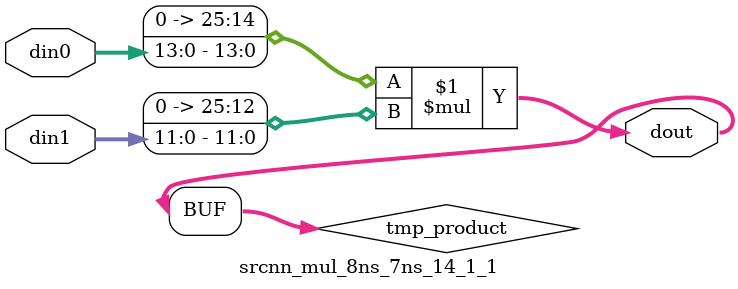
<source format=v>

`timescale 1 ns / 1 ps

  module srcnn_mul_8ns_7ns_14_1_1(din0, din1, dout);
parameter ID = 1;
parameter NUM_STAGE = 0;
parameter din0_WIDTH = 14;
parameter din1_WIDTH = 12;
parameter dout_WIDTH = 26;

input [din0_WIDTH - 1 : 0] din0; 
input [din1_WIDTH - 1 : 0] din1; 
output [dout_WIDTH - 1 : 0] dout;

wire signed [dout_WIDTH - 1 : 0] tmp_product;










assign tmp_product = $signed({1'b0, din0}) * $signed({1'b0, din1});











assign dout = tmp_product;







endmodule

</source>
